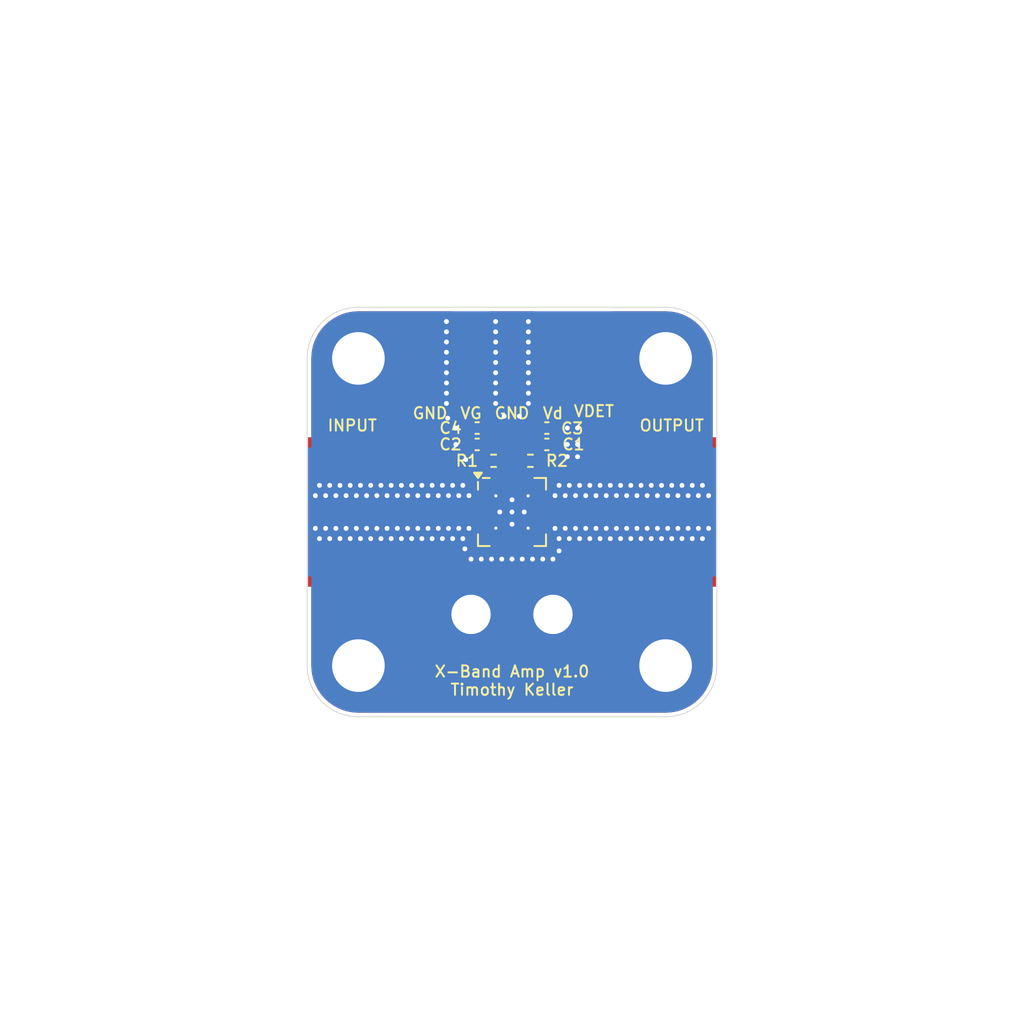
<source format=kicad_pcb>
(kicad_pcb (version 20240108) (generator "pcbnew") (generator_version "8.0")
  (title_block (title "X-Band Amp") (date "2024-06-16") (rev "v1.0") (company "openEPR") (comment 1 "Timothy Keller"))
  (layers (0 "F.Cu" signal) (1 "In1.Cu" signal) (2 "In2.Cu" signal) (31 "B.Cu" signal) (34 "B.Paste" user) (35 "F.Paste" user) (36 "B.SilkS" user "B.Silkscreen") (37 "F.SilkS" user "F.Silkscreen") (38 "B.Mask" user) (39 "F.Mask" user) (44 "Edge.Cuts" user))
  (net 0 "")
  (net 1 "GND")
  (net 2 "Net-(J1-In)")
  (net 3 "Net-(J2-In)")
  (net 4 "VD")
  (net 5 "VG")
  (net 6 "Net-(C1-Pad1)")
  (net 7 "Net-(C2-Pad2)")
  (net 8 "VDET")
  (footprint "Capacitor_SMD:C_0402_1005Metric" (layer "F.Cu") (at 141.859 58.293)
    (property "Reference" "C3" (at 1.5748 0.0254 0) (layer "F.SilkS") (effects (font (size 0.7 0.7) (thickness 0.12))))
    (property "Value" "10nF")
    (fp_line (start -0.107836 -0.36) (end 0.107836 -0.36) (stroke (width 0.12)) (layer "F.SilkS"))
    (fp_line (start -0.107836 0.36) (end 0.107836 0.36) (stroke (width 0.12)) (layer "F.SilkS"))
    (pad "1" smd roundrect (at -0.48 0) (size 0.56 0.62) (layers "F.Cu" "F.Paste" "F.Mask") (net 4 "VD"))
    (pad "2" smd roundrect (at 0.48 0) (size 0.56 0.62) (layers "F.Cu" "F.Paste" "F.Mask") (net 1 "GND"))
  )
  (footprint "_tim-RF:AMPHENOL_901-10513-3_EDGE_LAUNCH_Female" (layer "F.Cu") (at 152.35 63.5 90)
    (property "Reference" "J2" (hide yes))
    (property "Value" "901-10513-3" (hide yes))
    (pad "1" smd roundrect (at 0 -0.5 90) (size 0.35 1) (layers "F.Cu" "F.Paste" "F.Mask") (net 3 "Net-(J2-In)"))
    (pad "2" smd rect (at -2.635 -2.75 90) (size 4 5.5) (layers "F.Cu" "F.Paste" "F.Mask") (net 1 "GND"))
    (pad "2" smd rect (at 0 -1.5 90) (size 8 3) (layers "B.Cu" "B.Paste" "B.Mask") (net 1 "GND"))
    (pad "2" smd rect (at 2.635 -2.75 90) (size 4 5.5) (layers "F.Cu" "F.Paste" "F.Mask") (net 1 "GND"))
  )
  (footprint "Resistor_SMD:R_0402_1005Metric" (layer "F.Cu") (at 138.557 60.325)
    (property "Reference" "R1" (at -1.651 0 0) (layer "F.SilkS") (effects (font (size 0.7 0.7) (thickness 0.12))))
    (property "Value" "1.8")
    (fp_line (start -0.153641 -0.38) (end 0.153641 -0.38) (stroke (width 0.12)) (layer "F.SilkS"))
    (fp_line (start -0.153641 0.38) (end 0.153641 0.38) (stroke (width 0.12)) (layer "F.SilkS"))
    (pad "1" smd roundrect (at -0.51 0) (size 0.54 0.64) (layers "F.Cu" "F.Paste" "F.Mask") (net 7 "Net-(C2-Pad2)"))
    (pad "2" smd roundrect (at 0.51 0) (size 0.54 0.64) (layers "F.Cu" "F.Paste" "F.Mask") (net 5 "VG"))
  )
  (footprint "_tim-Mounting-Holes:2-56_Hole_Pad" (layer "F.Cu") (at 137.16 69.85)
    (property "Reference" "H5" (hide yes))
    (property "Value" "2-56" (hide yes))
    (pad "1" thru_hole circle (at 0 0) (size 4.2418 4.2418) (drill 2.4384) (layers "*.Cu" "*.Mask") (net 1 "GND"))
  )
  (footprint "Package_DFN_QFN:QFN-20-1EP_4x4mm_P0.5mm_EP2.5x2.5mm_ThermalVias" (layer "F.Cu") (at 139.7 63.5)
    (property "Reference" "U1" (hide yes))
    (property "Value" "QPA1022" (hide yes))
    (fp_line (start -2.11 -1.385) (end -2.11 -1.87) (stroke (width 0.12)) (layer "F.SilkS"))
    (fp_line (start -2.11 2.11) (end -2.11 1.385) (stroke (width 0.12)) (layer "F.SilkS"))
    (fp_line (start -1.385 -2.11) (end -1.81 -2.11) (stroke (width 0.12)) (layer "F.SilkS"))
    (fp_line (start -1.385 2.11) (end -2.11 2.11) (stroke (width 0.12)) (layer "F.SilkS"))
    (fp_line (start 1.385 -2.11) (end 2.11 -2.11) (stroke (width 0.12)) (layer "F.SilkS"))
    (fp_line (start 1.385 2.11) (end 2.11 2.11) (stroke (width 0.12)) (layer "F.SilkS"))
    (fp_line (start 2.11 -2.11) (end 2.11 -1.385) (stroke (width 0.12)) (layer "F.SilkS"))
    (fp_line (start 2.11 2.11) (end 2.11 1.385) (stroke (width 0.12)) (layer "F.SilkS"))
    (fp_poly (pts (xy -2.11 -2.11) (xy -2.35 -2.44) (xy -1.87 -2.44) (xy -2.11 -2.11)) (stroke (width 0.12)) (fill solid) (layer "F.SilkS"))
    (pad "1" smd roundrect (at -1.9375 -1) (size 0.825 0.25) (layers "F.Cu" "F.Paste" "F.Mask") (net 1 "GND"))
    (pad "2" smd roundrect (at -1.9375 -0.5) (size 0.825 0.25) (layers "F.Cu" "F.Paste" "F.Mask") (net 1 "GND"))
    (pad "3" smd roundrect (at -1.9375 0) (size 0.825 0.25) (layers "F.Cu" "F.Paste" "F.Mask") (net 2 "Net-(J1-In)"))
    (pad "4" smd roundrect (at -1.9375 0.5) (size 0.825 0.25) (layers "F.Cu" "F.Paste" "F.Mask") (net 1 "GND"))
    (pad "5" smd roundrect (at -1.9375 1) (size 0.825 0.25) (layers "F.Cu" "F.Paste" "F.Mask") (net 1 "GND"))
    (pad "6" smd roundrect (at -1 1.9375) (size 0.25 0.825) (layers "F.Cu" "F.Paste" "F.Mask") (net 1 "GND"))
    (pad "7" smd roundrect (at -0.5 1.9375) (size 0.25 0.825) (layers "F.Cu" "F.Paste" "F.Mask") (net 1 "GND"))
    (pad "8" smd roundrect (at 0 1.9375) (size 0.25 0.825) (layers "F.Cu" "F.Paste" "F.Mask") (net 1 "GND"))
    (pad "9" smd roundrect (at 0.5 1.9375) (size 0.25 0.825) (layers "F.Cu" "F.Paste" "F.Mask") (net 1 "GND"))
    (pad "10" smd roundrect (at 1 1.9375) (size 0.25 0.825) (layers "F.Cu" "F.Paste" "F.Mask") (net 1 "GND"))
    (pad "11" smd roundrect (at 1.9375 1) (size 0.825 0.25) (layers "F.Cu" "F.Paste" "F.Mask") (net 1 "GND"))
    (pad "12" smd roundrect (at 1.9375 0.5) (size 0.825 0.25) (layers "F.Cu" "F.Paste" "F.Mask") (net 1 "GND"))
    (pad "13" smd roundrect (at 1.9375 0) (size 0.825 0.25) (layers "F.Cu" "F.Paste" "F.Mask") (net 3 "Net-(J2-In)"))
    (pad "14" smd roundrect (at 1.9375 -0.5) (size 0.825 0.25) (layers "F.Cu" "F.Paste" "F.Mask") (net 1 "GND"))
    (pad "15" smd roundrect (at 1.9375 -1) (size 0.825 0.25) (layers "F.Cu" "F.Paste" "F.Mask") (net 1 "GND"))
    (pad "16" smd roundrect (at 1 -1.9375) (size 0.25 0.825) (layers "F.Cu" "F.Paste" "F.Mask") (net 8 "VDET"))
    (pad "17" smd roundrect (at 0.5 -1.9375) (size 0.25 0.825) (layers "F.Cu" "F.Paste" "F.Mask") (net 4 "VD"))
    (pad "18" smd roundrect (at 0 -1.9375) (size 0.25 0.825) (layers "F.Cu" "F.Paste" "F.Mask") (net 1 "GND"))
    (pad "19" smd roundrect (at -0.5 -1.9375) (size 0.25 0.825) (layers "F.Cu" "F.Paste" "F.Mask") (net 5 "VG"))
    (pad "20" smd roundrect (at -1 -1.9375) (size 0.25 0.825) (layers "F.Cu" "F.Paste" "F.Mask") (net 1 "GND"))
    (pad "21" thru_hole circle (at -1 -1) (size 0.5 0.5) (drill 0.2) (property pad_prop_heatsink) (layers "*.Cu") (net 1 "GND"))
    (pad "21" thru_hole circle (at -1 1) (size 0.5 0.5) (drill 0.2) (property pad_prop_heatsink) (layers "*.Cu") (net 1 "GND"))
    (pad "21" smd rect (at 0 0) (size 2.5 2.5) (property pad_prop_heatsink) (layers "F.Cu" "F.Mask") (net 1 "GND"))
    (pad "21" smd rect (at 0 0) (size 2.5 2.5) (property pad_prop_heatsink) (layers "B.Cu") (net 1 "GND"))
    (pad "21" thru_hole circle (at 1 -1) (size 0.5 0.5) (drill 0.2) (property pad_prop_heatsink) (layers "*.Cu") (net 1 "GND"))
    (pad "21" thru_hole circle (at 1 1) (size 0.5 0.5) (drill 0.2) (property pad_prop_heatsink) (layers "*.Cu") (net 1 "GND"))
  )
  (footprint "_tim-RF:AMPHENOL_901-10513-3_EDGE_LAUNCH_Female" (layer "F.Cu") (at 127.05 63.5 -90)
    (property "Reference" "J1" (hide yes))
    (property "Value" "901-10513-3" (hide yes))
    (pad "1" smd roundrect (at 0 -0.5 270) (size 0.35 1) (layers "F.Cu" "F.Paste" "F.Mask") (net 2 "Net-(J1-In)"))
    (pad "2" smd rect (at -2.635 -2.75 270) (size 4 5.5) (layers "F.Cu" "F.Paste" "F.Mask") (net 1 "GND"))
    (pad "2" smd rect (at 0 -1.5 270) (size 8 3) (layers "B.Cu" "B.Paste" "B.Mask") (net 1 "GND"))
    (pad "2" smd rect (at 2.635 -2.75 270) (size 4 5.5) (layers "F.Cu" "F.Paste" "F.Mask") (net 1 "GND"))
  )
  (footprint "Resistor_SMD:R_0402_1005Metric" (layer "F.Cu") (at 140.843 60.325)
    (property "Reference" "R2" (at 1.651 0 0) (layer "F.SilkS") (effects (font (size 0.7 0.7) (thickness 0.12))))
    (property "Value" "1.8")
    (fp_line (start -0.153641 -0.38) (end 0.153641 -0.38) (stroke (width 0.12)) (layer "F.SilkS"))
    (fp_line (start -0.153641 0.38) (end 0.153641 0.38) (stroke (width 0.12)) (layer "F.SilkS"))
    (pad "1" smd roundrect (at -0.51 0) (size 0.54 0.64) (layers "F.Cu" "F.Paste" "F.Mask") (net 4 "VD"))
    (pad "2" smd roundrect (at 0.51 0) (size 0.54 0.64) (layers "F.Cu" "F.Paste" "F.Mask") (net 6 "Net-(C1-Pad1)"))
  )
  (footprint "_tim-Mounting-Holes:4-40_Hole_Pad" (layer "F.Cu") (at 149.225 53.975)
    (property "Reference" "H2" (hide yes))
    (property "Value" "4-40" (hide yes))
    (pad "1" thru_hole circle (at 0 0) (size 5.5626 5.5626) (drill 3.2639) (layers "*.Cu" "*.Mask") (net 1 "GND"))
  )
  (footprint "_tim-Mounting-Holes:2-56_Hole_Pad" (layer "F.Cu") (at 142.24 69.85)
    (property "Reference" "H6" (hide yes))
    (property "Value" "2-56" (hide yes))
    (pad "1" thru_hole circle (at 0 0) (size 4.2418 4.2418) (drill 2.4384) (layers "*.Cu" "*.Mask") (net 1 "GND"))
  )
  (footprint "_tim-Mounting-Holes:4-40_Hole_Pad" (layer "F.Cu") (at 130.175 73.025)
    (property "Reference" "H3" (hide yes))
    (property "Value" "4-40" (hide yes))
    (pad "1" thru_hole circle (at 0 0) (size 5.5626 5.5626) (drill 3.2639) (layers "*.Cu" "*.Mask") (net 1 "GND"))
  )
  (footprint "Capacitor_SMD:C_0402_1005Metric" (layer "F.Cu") (at 141.859 59.309)
    (property "Reference" "C1" (at 1.651 0 0) (layer "F.SilkS") (effects (font (size 0.7 0.7) (thickness 0.12))))
    (property "Value" "1nF")
    (fp_line (start -0.107836 -0.36) (end 0.107836 -0.36) (stroke (width 0.12)) (layer "F.SilkS"))
    (fp_line (start -0.107836 0.36) (end 0.107836 0.36) (stroke (width 0.12)) (layer "F.SilkS"))
    (pad "1" smd roundrect (at -0.48 0) (size 0.56 0.62) (layers "F.Cu" "F.Paste" "F.Mask") (net 6 "Net-(C1-Pad1)"))
    (pad "2" smd roundrect (at 0.48 0) (size 0.56 0.62) (layers "F.Cu" "F.Paste" "F.Mask") (net 1 "GND"))
  )
  (footprint "_tim-Mounting-Holes:4-40_Hole_Pad" (layer "F.Cu") (at 149.225 73.025)
    (property "Reference" "H4" (hide yes))
    (property "Value" "4-40" (hide yes))
    (pad "1" thru_hole circle (at 0 0) (size 5.5626 5.5626) (drill 3.2639) (layers "*.Cu" "*.Mask") (net 1 "GND"))
  )
  (footprint "_tim-Mounting-Holes:4-40_Hole_Pad" (layer "F.Cu") (at 130.175 53.975)
    (property "Reference" "H1" (hide yes))
    (property "Value" "4-40" (hide yes))
    (pad "1" thru_hole circle (at 0 0) (size 5.5626 5.5626) (drill 3.2639) (layers "*.Cu" "*.Mask") (net 1 "GND"))
  )
  (footprint "Capacitor_SMD:C_0402_1005Metric" (layer "F.Cu") (at 137.541 59.309)
    (property "Reference" "C2" (at -1.651 0 360) (layer "F.SilkS") (effects (font (size 0.7 0.7) (thickness 0.12))))
    (property "Value" "1nF" (hide yes))
    (fp_line (start -0.107836 -0.36) (end 0.107836 -0.36) (stroke (width 0.12)) (layer "F.SilkS"))
    (fp_line (start -0.107836 0.36) (end 0.107836 0.36) (stroke (width 0.12)) (layer "F.SilkS"))
    (pad "1" smd roundrect (at -0.48 0) (size 0.56 0.62) (layers "F.Cu" "F.Paste" "F.Mask") (net 1 "GND"))
    (pad "2" smd roundrect (at 0.48 0) (size 0.56 0.62) (layers "F.Cu" "F.Paste" "F.Mask") (net 7 "Net-(C2-Pad2)"))
  )
  (footprint "Capacitor_SMD:C_0402_1005Metric" (layer "F.Cu") (at 137.541 58.293)
    (property "Reference" "C4" (at -1.651 0 0) (layer "F.SilkS") (effects (font (size 0.7 0.7) (thickness 0.12))))
    (property "Value" "10uF")
    (fp_line (start -0.107836 -0.36) (end 0.107836 -0.36) (stroke (width 0.12)) (layer "F.SilkS"))
    (fp_line (start -0.107836 0.36) (end 0.107836 0.36) (stroke (width 0.12)) (layer "F.SilkS"))
    (pad "1" smd roundrect (at -0.48 0) (size 0.56 0.62) (layers "F.Cu" "F.Paste" "F.Mask") (net 1 "GND"))
    (pad "2" smd roundrect (at 0.48 0) (size 0.56 0.62) (layers "F.Cu" "F.Paste" "F.Mask") (net 5 "VG"))
  )
  (gr_line (start 152.4 53.975) (end 152.4 73.025) (stroke (width 0.05)) (layer "Edge.Cuts"))
  (gr_line (start 130.175 50.8) (end 149.225 50.8) (stroke (width 0.05)) (layer "Edge.Cuts"))
  (gr_arc (start 149.225 50.8) (mid 151.470064 51.729936) (end 152.4 53.975) (stroke (width 0.05)) (layer "Edge.Cuts"))
  (gr_arc (start 130.175 76.2) (mid 127.929936 75.270064) (end 127 73.025) (stroke (width 0.05)) (layer "Edge.Cuts"))
  (gr_line (start 149.225 76.2) (end 130.175 76.2) (stroke (width 0.05)) (layer "Edge.Cuts"))
  (gr_line (start 127 73.025) (end 127 53.975) (stroke (width 0.05)) (layer "Edge.Cuts"))
  (gr_arc (start 152.4 73.025) (mid 151.470064 75.270064) (end 149.225 76.2) (stroke (width 0.05)) (layer "Edge.Cuts"))
  (gr_arc (start 127 53.975) (mid 127.929936 51.729936) (end 130.175 50.8) (stroke (width 0.05)) (layer "Edge.Cuts"))
  (gr_text "OUTPUT" (at 149.606 58.547 0) (layer "F.SilkS") (effects (font (size 0.7 0.7) (thickness 0.12)) (justify bottom)))
  (gr_text "${TITLE} ${REVISION}\n${COMMENT1}" (at 139.7 74.93 0) (layer "F.SilkS") (effects (font (size 0.7 0.7) (thickness 0.12)) (justify bottom)))
  (gr_text "Vd" (at 142.24 57.785 0) (layer "F.SilkS") (effects (font (size 0.7 0.7) (thickness 0.12)) (justify bottom)))
  (gr_text "VDET" (at 144.78 57.658 0) (layer "F.SilkS") (effects (font (size 0.7 0.7) (thickness 0.12)) (justify bottom)))
  (gr_text "VG" (at 137.16 57.785 0) (layer "F.SilkS") (effects (font (size 0.7 0.7) (thickness 0.12)) (justify bottom)))
  (gr_text "GND" (at 134.62 57.785 0) (layer "F.SilkS") (effects (font (size 0.7 0.7) (thickness 0.12)) (justify bottom)))
  (gr_text "GND" (at 139.7 57.785 0) (layer "F.SilkS") (effects (font (size 0.7 0.7) (thickness 0.12)) (justify bottom)))
  (gr_text "INPUT" (at 129.794 58.547 0) (layer "F.SilkS") (effects (font (size 0.7 0.7) (thickness 0.12)) (justify bottom)))
  (segment (start 139.7 65.4375) (end 139.7 64.262) (width 0.25) (layer "F.Cu") (net 1))
  (segment (start 137.7625 64) (end 138.438 64) (width 0.25) (layer "F.Cu") (net 1))
  (segment (start 140.7 62.5) (end 141.6375 62.5) (width 0.25) (layer "F.Cu") (net 1))
  (segment (start 137.7625 62.5) (end 138.7 62.5) (width 0.25) (layer "F.Cu") (net 1))
  (segment (start 140.2 65.4375) (end 140.2 65) (width 0.25) (layer "F.Cu") (net 1))
  (segment (start 141.2 63) (end 140.7 62.5) (width 0.25) (layer "F.Cu") (net 1))
  (segment (start 137.7625 64.5) (end 138.7 64.5) (width 0.25) (layer "F.Cu") (net 1))
  (segment (start 138.438 63) (end 138.938 63.5) (width 0.25) (layer "F.Cu") (net 1))
  (segment (start 139.7 62.738) (end 139.7 63.5) (width 0.25) (layer "F.Cu") (net 1))
  (segment (start 141.6375 63) (end 141.851 63) (width 0.25) (layer "F.Cu") (net 1))
  (segment (start 141.2 64) (end 140.7 64.5) (width 0.25) (layer "F.Cu") (net 1))
  (segment (start 139.2 65) (end 138.7 64.5) (width 0.25) (layer "F.Cu") (net 1))
  (segment (start 137.549 63) (end 137.033 62.484) (width 0.25) (layer "F.Cu") (net 1))
  (segment (start 140.2 65) (end 140.7 64.5) (width 0.25) (layer "F.Cu") (net 1))
  (segment (start 141.6375 63) (end 140.962 63) (width 0.25) (layer "F.Cu") (net 1))
  (segment (start 141.6375 63) (end 141.2 63) (width 0.25) (layer "F.Cu") (net 1))
  (segment (start 138.2 64) (end 138.7 64.5) (width 0.25) (layer "F.Cu") (net 1))
  (segment (start 137.7625 64) (end 138.2 64) (width 0.25) (layer "F.Cu") (net 1))
  (segment (start 138.438 64) (end 138.938 63.5) (width 0.25) (layer "F.Cu") (net 1))
  (segment (start 139.7 61.5625) (end 139.7 56.388) (width 0.25) (layer "F.Cu") (net 1))
  (segment (start 141.6375 64) (end 141.851 64) (width 0.25) (layer "F.Cu") (net 1))
  (segment (start 138.7 61.5625) (end 138.7 62.5) (width 0.25) (layer "F.Cu") (net 1))
  (segment (start 141.6375 64) (end 141.2 64) (width 0.25) (layer "F.Cu") (net 1))
  (segment (start 139.7 61.5625) (end 139.7 62.738) (width 0.25) (layer "F.Cu") (net 1))
  (segment (start 139.7 64.262) (end 139.7 63.5) (width 0.25) (layer "F.Cu") (net 1))
  (segment (start 140.962 63) (end 140.462 63.5) (width 0.25) (layer "F.Cu") (net 1))
  (segment (start 138.2 63) (end 138.7 62.5) (width 0.25) (layer "F.Cu") (net 1))
  (segment (start 137.7625 63) (end 138.438 63) (width 0.25) (layer "F.Cu") (net 1))
  (segment (start 137.549 64) (end 137.033 64.516) (width 0.25) (layer "F.Cu") (net 1))
  (segment (start 141.851 64) (end 142.367 64.516) (width 0.25) (layer "F.Cu") (net 1))
  (segment (start 140.962 64) (end 140.462 63.5) (width 0.25) (layer "F.Cu") (net 1))
  (segment (start 141.851 63) (end 142.367 62.484) (width 0.25) (layer "F.Cu") (net 1))
  (segment (start 137.7625 63) (end 138.2 63) (width 0.25) (layer "F.Cu") (net 1))
  (segment (start 141.6375 64.5) (end 140.7 64.5) (width 0.25) (layer "F.Cu") (net 1))
  (segment (start 141.6375 64) (end 140.962 64) (width 0.25) (layer "F.Cu") (net 1))
  (segment (start 137.7625 63) (end 137.549 63) (width 0.25) (layer "F.Cu") (net 1))
  (segment (start 138.7 65.4375) (end 138.7 64.5) (width 0.25) (layer "F.Cu") (net 1))
  (segment (start 137.7625 64) (end 137.549 64) (width 0.25) (layer "F.Cu") (net 1))
  (segment (start 140.7 65.4375) (end 140.7 64.5) (width 0.25) (layer "F.Cu") (net 1))
  (segment (start 139.2 65.4375) (end 139.2 65) (width 0.25) (layer "F.Cu") (net 1))
  (via (at 140.716 52.324) (size 0.6) (drill 0.3) (layers "F.Cu" "B.Cu") (net 1))
  (via (at 148.082 62.484) (size 0.6) (drill 0.3) (layers "F.Cu" "B.Cu") (net 1))
  (via (at 140.716 56.769) (size 0.6) (drill 0.3) (layers "F.Cu" "B.Cu") (net 1))
  (via (at 132.588 62.484) (size 0.6) (drill 0.3) (layers "F.Cu" "B.Cu") (net 1))
  (via (at 143.256 61.849) (size 0.6) (drill 0.3) (layers "F.Cu" "B.Cu") (net 1))
  (via (at 133.858 62.484) (size 0.6) (drill 0.3) (layers "F.Cu" "B.Cu") (net 1))
  (via (at 131.953 64.516) (size 0.6) (drill 0.3) (layers "F.Cu" "B.Cu") (net 1))
  (via (at 132.842 61.849) (size 0.6) (drill 0.3) (layers "F.Cu" "B.Cu") (net 1))
  (via (at 130.048 64.516) (size 0.6) (drill 0.3) (layers "F.Cu" "B.Cu") (net 1))
  (via (at 147.447 62.484) (size 0.6) (drill 0.3) (layers "F.Cu" "B.Cu") (net 1))
  (via (at 148.717 62.484) (size 0.6) (drill 0.3) (layers "F.Cu" "B.Cu") (net 1))
  (via (at 133.477 61.849) (size 0.6) (drill 0.3) (layers "F.Cu" "B.Cu") (net 1))
  (via (at 146.177 64.516) (size 0.6) (drill 0.3) (layers "F.Cu" "B.Cu") (net 1))
  (via (at 148.971 61.849) (size 0.6) (drill 0.3) (layers "F.Cu" "B.Cu") (net 1))
  (via (at 148.717 64.516) (size 0.6) (drill 0.3) (layers "F.Cu" "B.Cu") (net 1))
  (via (at 141.605 66.421) (size 0.6) (drill 0.3) (layers "F.Cu" "B.Cu") (net 1))
  (via (at 136.017 61.849) (size 0.6) (drill 0.3) (layers "F.Cu" "B.Cu") (net 1))
  (via (at 142.367 62.484) (size 0.6) (drill 0.3) (layers "F.Cu" "B.Cu") (net 1))
  (via (at 140.716 52.959) (size 0.6) (drill 0.3) (layers "F.Cu" "B.Cu") (net 1))
  (via (at 137.16 66.421) (size 0.6) (drill 0.3) (layers "F.Cu" "B.Cu") (net 1))
  (via (at 149.606 65.151) (size 0.6) (drill 0.3) (layers "F.Cu" "B.Cu") (net 1))
  (via (at 134.493 62.484) (size 0.6) (drill 0.3) (layers "F.Cu" "B.Cu") (net 1))
  (via (at 135.636 56.134) (size 0.6) (drill 0.3) (layers "F.Cu" "B.Cu") (net 1))
  (via (at 149.987 64.516) (size 0.6) (drill 0.3) (layers "F.Cu" "B.Cu") (net 1))
  (via (at 142.621 61.849) (size 0.6) (drill 0.3) (layers "F.Cu" "B.Cu") (net 1))
  (via (at 132.842 65.151) (size 0.6) (drill 0.3) (layers "F.Cu" "B.Cu") (net 1))
  (via (at 135.636 51.689) (size 0.6) (drill 0.3) (layers "F.Cu" "B.Cu") (net 1))
  (via (at 135.763 62.484) (size 0.6) (drill 0.3) (layers "F.Cu" "B.Cu") (net 1))
  (via (at 139.7 66.421) (size 0.6) (drill 0.3) (layers "F.Cu" "B.Cu") (net 1))
  (via (at 143.129 60.071) (size 0.6) (drill 0.3) (layers "F.Cu" "B.Cu") (net 1))
  (via (at 147.066 61.849) (size 0.6) (drill 0.3) (layers "F.Cu" "B.Cu") (net 1))
  (via (at 138.684 52.959) (size 0.6) (drill 0.3) (layers "F.Cu" "B.Cu") (net 1))
  (via (at 149.606 61.849) (size 0.6) (drill 0.3) (layers "F.Cu" "B.Cu") (net 1))
  (via (at 135.636 54.864) (size 0.6) (drill 0.3) (layers "F.Cu" "B.Cu") (net 1))
  (via (at 138.938 63.5) (size 0.6) (drill 0.3) (layers "F.Cu" "B.Cu") (net 1))
  (via (at 135.128 62.484) (size 0.6) (drill 0.3) (layers "F.Cu" "B.Cu") (net 1))
  (via (at 145.796 65.151) (size 0.6) (drill 0.3) (layers "F.Cu" "B.Cu") (net 1))
  (via (at 143.891 65.151) (size 0.6) (drill 0.3) (layers "F.Cu" "B.Cu") (net 1))
  (via (at 138.684 56.134) (size 0.6) (drill 0.3) (layers "F.Cu" "B.Cu") (net 1))
  (via (at 150.241 65.151) (size 0.6) (drill 0.3) (layers "F.Cu" "B.Cu") (net 1))
  (via (at 149.352 62.484) (size 0.6) (drill 0.3) (layers "F.Cu" "B.Cu") (net 1))
  (via (at 144.272 62.484) (size 0.6) (drill 0.3) (layers "F.Cu" "B.Cu") (net 1))
  (via (at 133.223 62.484) (size 0.6) (drill 0.3) (layers "F.Cu" "B.Cu") (net 1))
  (via (at 140.716 51.689) (size 0.6) (drill 0.3) (layers "F.Cu" "B.Cu") (net 1))
  (via (at 140.716 54.229) (size 0.6) (drill 0.3) (layers "F.Cu" "B.Cu") (net 1))
  (via (at 132.588 64.516) (size 0.6) (drill 0.3) (layers "F.Cu" "B.Cu") (net 1))
  (via (at 148.336 61.849) (size 0.6) (drill 0.3) (layers "F.Cu" "B.Cu") (net 1))
  (via (at 131.953 62.484) (size 0.6) (drill 0.3) (layers "F.Cu" "B.Cu") (net 1))
  (via (at 140.1572 57.5564) (size 0.6) (drill 0.3) (layers "F.Cu" "B.Cu") (net 1))
  (via (at 140.716 55.499) (size 0.6) (drill 0.3) (layers "F.Cu" "B.Cu") (net 1))
  (via (at 143.891 61.849) (size 0.6) (drill 0.3) (layers "F.Cu" "B.Cu") (net 1))
  (via (at 135.636 55.499) (size 0.6) (drill 0.3) (layers "F.Cu" "B.Cu") (net 1))
  (via (at 150.622 62.484) (size 0.6) (drill 0.3) (layers "F.Cu" "B.Cu") (net 1))
  (via (at 128.397 61.849) (size 0.6) (drill 0.3) (layers "F.Cu" "B.Cu") (net 1))
  (via (at 135.382 61.849) (size 0.6) (drill 0.3) (layers "F.Cu" "B.Cu") (net 1))
  (via (at 138.684 55.499) (size 0.6) (drill 0.3) (layers "F.Cu" "B.Cu") (net 1))
  (via (at 135.636 54.229) (size 0.6) (drill 0.3) (layers "F.Cu" "B.Cu") (net 1))
  (via (at 135.382 65.151) (size 0.6) (drill 0.3) (layers "F.Cu" "B.Cu") (net 1))
  (via (at 138.684 54.229) (size 0.6) (drill 0.3) (layers "F.Cu" "B.Cu") (net 1))
  (via (at 129.032 65.151) (size 0.6) (drill 0.3) (layers "F.Cu" "B.Cu") (net 1))
  (via (at 150.241 61.849) (size 0.6) (drill 0.3) (layers "F.Cu" "B.Cu") (net 1))
  (via (at 139.7 62.738) (size 0.6) (drill 0.3) (layers "F.Cu" "B.Cu") (net 1))
  (via (at 132.207 65.151) (size 0.6) (drill 0.3) (layers "F.Cu" "B.Cu") (net 1))
  (via (at 145.542 64.516) (size 0.6) (drill 0.3) (layers "F.Cu" "B.Cu") (net 1))
  (via (at 146.812 62.484) (size 0.6) (drill 0.3) (layers "F.Cu" "B.Cu") (net 1))
  (via (at 145.161 65.151) (size 0.6) (drill 0.3) (layers "F.Cu" "B.Cu") (net 1))
  (via (at 136.652 65.151) (size 0.6) (drill 0.3) (layers "F.Cu" "B.Cu") (net 1))
  (via (at 135.128 64.516) (size 0.6) (drill 0.3) (layers "F.Cu" "B.Cu") (net 1))
  (via (at 143.764 59.309) (size 0.6) (drill 0.3) (layers "F.Cu" "B.Cu") (net 1))
  (via (at 140.335 66.421) (size 0.6) (drill 0.3) (layers "F.Cu" "B.Cu") (net 1))
  (via (at 143.002 64.516) (size 0.6) (drill 0.3) (layers "F.Cu" "B.Cu") (net 1))
  (via (at 151.511 61.849) (size 0.6) (drill 0.3) (layers "F.Cu" "B.Cu") (net 1))
  (via (at 142.621 65.913) (size 0.6) (drill 0.3) (layers "F.Cu" "B.Cu") (net 1))
  (via (at 145.161 61.849) (size 0.6) (drill 0.3) (layers "F.Cu" "B.Cu") (net 1))
  (via (at 136.398 62.484) (size 0.6) (drill 0.3) (layers "F.Cu" "B.Cu") (net 1))
  (via (at 150.876 61.849) (size 0.6) (drill 0.3) (layers "F.Cu" "B.Cu") (net 1))
  (via (at 143.129 59.309) (size 0.6) (drill 0.3) (layers "F.Cu" "B.Cu") (net 1))
  (via (at 129.032 61.849) (size 0.6) (drill 0.3) (layers "F.Cu" "B.Cu") (net 1))
  (via (at 148.971 65.151) (size 0.6) (drill 0.3) (layers "F.Cu" "B.Cu") (net 1))
  (via (at 127.508 64.516) (size 0.6) (drill 0.3) (layers "F.Cu" "B.Cu") (net 1))
  (via (at 138.684 52.324) (size 0.6) (drill 0.3) (layers "F.Cu" "B.Cu") (net 1))
  (via (at 138.684 56.769) (size 0.6) (drill 0.3) (layers "F.Cu" "B.Cu") (net 1))
  (via (at 151.257 62.484) (size 0.6) (drill 0.3) (layers "F.Cu" "B.Cu") (net 1))
  (via (at 143.002 62.484) (size 0.6) (drill 0.3) (layers "F.Cu" "B.Cu") (net 1))
  (via (at 147.701 65.151) (size 0.6) (drill 0.3) (layers "F.Cu" "B.Cu") (net 1))
  (via (at 138.684 53.594) (size 0.6) (drill 0.3) (layers "F.Cu" "B.Cu") (net 1))
  (via (at 137.033 62.484) (size 0.6) (drill 0.3) (layers "F.Cu" "B.Cu") (net 1))
  (via (at 128.143 62.484) (size 0.6) (drill 0.3) (layers "F.Cu" "B.Cu") (net 1))
  (via (at 130.937 61.849) (size 0.6) (drill 0.3) (layers "F.Cu" "B.Cu") (net 1))
  (via (at 144.526 61.849) (size 0.6) (drill 0.3) (layers "F.Cu" "B.Cu") (net 1))
  (via (at 129.667 61.849) (size 0.6) (drill 0.3) (layers "F.Cu" "B.Cu") (net 1))
  (via (at 138.43 66.421) (size 0.6) (drill 0.3) (layers "F.Cu" "B.Cu") (net 1))
  (via (at 134.493 64.516) (size 0.6) (drill 0.3) (layers "F.Cu" "B.Cu") (net 1))
  (via (at 140.716 56.134) (size 0.6) (drill 0.3) (layers "F.Cu" "B.Cu") (net 1))
  (via (at 127.762 61.849) (size 0.6) (drill 0.3) (layers "F.Cu" "B.Cu") (net 1))
  (via (at 136.017 65.151) (size 0.6) (drill 0.3) (layers "F.Cu" "B.Cu") (net 1))
  (via (at 128.778 64.516) (size 0.6) (drill 0.3) (layers "F.Cu" "B.Cu") (net 1))
  (via (at 143.129 58.293) (size 0.6) (drill 0.3) (layers "F.Cu" "B.Cu") (net 1))
  (via (at 137.795 66.421) (size 0.6) (drill 0.3) (layers "F.Cu" "B.Cu") (net 1))
  (via (at 129.667 65.151) (size 0.6) (drill 0.3) (layers "F.Cu" "B.Cu") (net 1))
  (via (at 131.318 62.484) (size 0.6) (drill 0.3) (layers "F.Cu" "B.Cu") (net 1))
  (via (at 148.336 65.151) (size 0.6) (drill 0.3) (layers "F.Cu" "B.Cu") (net 1))
  (via (at 128.143 64.516) (size 0.6) (drill 0.3) (layers "F.Cu" "B.Cu") (net 1))
  (via (at 135.636 53.594) (size 0.6) (drill 0.3) (layers "F.Cu" "B.Cu") (net 1))
  (via (at 143.764 60.071) (size 0.6) (drill 0.3) (layers "F.Cu" "B.Cu") (net 1))
  (via (at 131.318 64.516) (size 0.6) (drill 0.3) (layers "F.Cu" "B.Cu") (net 1))
  (via (at 147.066 65.151) (size 0.6) (drill 0.3) (layers "F.Cu" "B.Cu") (net 1))
  (via (at 133.223 64.516) (size 0.6) (drill 0.3) (layers "F.Cu" "B.Cu") (net 1))
  (via (at 135.636 56.769) (size 0.6) (drill 0.3) (layers "F.Cu" "B.Cu") (net 1))
  (via (at 149.352 64.516) (size 0.6) (drill 0.3) (layers "F.Cu" "B.Cu") (net 1))
  (via (at 145.542 62.484) (size 0.6) (drill 0.3) (layers "F.Cu" "B.Cu") (net 1))
  (via (at 147.447 64.516) (size 0.6) (drill 0.3) (layers "F.Cu" "B.Cu") (net 1))
  (via (at 130.302 65.151) (size 0.6) (drill 0.3) (layers "F.Cu" "B.Cu") (net 1))
  (via (at 151.892 64.516) (size 0.6) (drill 0.3) (layers "F.Cu" "B.Cu") (net 1))
  (via (at 143.637 64.516) (size 0.6) (drill 0.3) (layers "F.Cu" "B.Cu") (net 1))
  (via (at 128.397 65.151) (size 0.6) (drill 0.3) (layers "F.Cu" "B.Cu") (net 1))
  (via (at 142.24 66.421) (size 0.6) (drill 0.3) (layers "F.Cu" "B.Cu") (net 1))
  (via (at 139.065 66.421) (size 0.6) (drill 0.3) (layers "F.Cu" "B.Cu") (net 1))
  (via (at 135.636 52.959) (size 0.6) (drill 0.3) (layers "F.Cu" "B.Cu") (net 1))
  (via (at 150.622 64.516) (size 0.6) (drill 0.3) (layers "F.Cu" "B.Cu") (net 1))
  (via (at 140.716 53.594) (size 0.6) (drill 0.3) (layers "F.Cu" "B.Cu") (net 1))
  (via (at 127.508 62.484) (size 0.6) (drill 0.3) (layers "F.Cu" "B.Cu") (net 1))
  (via (at 130.683 62.484) (size 0.6) (drill 0.3) (layers "F.Cu" "B.Cu") (net 1))
  (via (at 131.572 65.151) (size 0.6) (drill 0.3) (layers "F.Cu" "B.Cu") (net 1))
  (via (at 127.762 65.151) (size 0.6) (drill 0.3) (layers "F.Cu" "B.Cu") (net 1))
  (via (at 144.907 62.484) (size 0.6) (drill 0.3) (layers "F.Cu" "B.Cu") (net 1))
  (via (at 136.398 64.516) (size 0.6) (drill 0.3) (layers "F.Cu" "B.Cu") (net 1))
  (via (at 134.112 61.849) (size 0.6) (drill 0.3) (layers "F.Cu" "B.Cu") (net 1))
  (via (at 144.272 64.516) (size 0.6) (drill 0.3) (layers "F.Cu" "B.Cu") (net 1))
  (via (at 128.778 62.484) (size 0.6) (drill 0.3) (layers "F.Cu" "B.Cu") (net 1))
  (via (at 149.987 62.484) (size 0.6) (drill 0.3) (layers "F.Cu" "B.Cu") (net 1))
  (via (at 142.367 64.516) (size 0.6) (drill 0.3) (layers "F.Cu" "B.Cu") (net 1))
  (via (at 151.257 64.516) (size 0.6) (drill 0.3) (layers "F.Cu" "B.Cu") (net 1))
  (via (at 143.256 65.151) (size 0.6) (drill 0.3) (layers "F.Cu" "B.Cu") (net 1))
  (via (at 138.684 51.689) (size 0.6) (drill 0.3) (layers "F.Cu" "B.Cu") (net 1))
  (via (at 150.876 65.151) (size 0.6) (drill 0.3) (layers "F.Cu" "B.Cu") (net 1))
  (via (at 136.779 65.786) (size 0.6) (drill 0.3) (layers "F.Cu" "B.Cu") (net 1))
  (via (at 130.683 64.516) (size 0.6) (drill 0.3) (layers "F.Cu" "B.Cu") (net 1))
  (via (at 146.177 62.484) (size 0.6) (drill 0.3) (layers "F.Cu" "B.Cu") (net 1))
  (via (at 135.7122 57.6834) (size 0.6) (drill 0.3) (layers "F.Cu" "B.Cu") (net 1))
  (via (at 151.892 62.484) (size 0.6) (drill 0.3) (layers "F.Cu" "B.Cu") (net 1))
  (via (at 143.637 62.484) (size 0.6) (drill 0.3) (layers "F.Cu" "B.Cu") (net 1))
  (via (at 130.048 62.484) (size 0.6) (drill 0.3) (layers "F.Cu" "B.Cu") (net 1))
  (via (at 129.413 64.516) (size 0.6) (drill 0.3) (layers "F.Cu" "B.Cu") (net 1))
  (via (at 139.7 63.5) (size 0.6) (drill 0.3) (layers "F.Cu" "B.Cu") (net 1))
  (via (at 136.2202 58.293) (size 0.6) (drill 0.3) (layers "F.Cu" "B.Cu") (net 1))
  (via (at 140.716 54.864) (size 0.6) (drill 0.3) (layers "F.Cu" "B.Cu") (net 1))
  (via (at 144.526 65.151) (size 0.6) (drill 0.3) (layers "F.Cu" "B.Cu") (net 1))
  (via (at 129.413 62.484) (size 0.6) (drill 0.3) (layers "F.Cu" "B.Cu") (net 1))
  (via (at 130.937 65.151) (size 0.6) (drill 0.3) (layers "F.Cu" "B.Cu") (net 1))
  (via (at 135.763 64.516) (size 0.6) (drill 0.3) (layers "F.Cu" "B.Cu") (net 1))
  (via (at 133.477 65.151) (size 0.6) (drill 0.3) (layers "F.Cu" "B.Cu") (net 1))
  (via (at 138.684 54.864) (size 0.6) (drill 0.3) (layers "F.Cu" "B.Cu") (net 1))
  (via (at 134.112 65.151) (size 0.6) (drill 0.3) (layers "F.Cu" "B.Cu") (net 1))
  (via (at 137.033 64.516) (size 0.6) (drill 0.3) (layers "F.Cu" "B.Cu") (net 1))
  (via (at 147.701 61.849) (size 0.6) (drill 0.3) (layers "F.Cu" "B.Cu") (net 1))
  (via (at 131.572 61.849) (size 0.6) (drill 0.3) (layers "F.Cu" "B.Cu") (net 1))
  (via (at 142.621 65.151) (size 0.6) (drill 0.3) (layers "F.Cu" "B.Cu") (net 1))
  (via (at 133.858 64.516) (size 0.6) (drill 0.3) (layers "F.Cu" "B.Cu") (net 1))
  (via (at 135.636 52.324) (size 0.6) (drill 0.3) (layers "F.Cu" "B.Cu") (net 1))
  (via (at 136.652 61.849) (size 0.6) (drill 0.3) (layers "F.Cu" "B.Cu") (net 1))
  (via (at 146.431 65.151) (size 0.6) (drill 0.3) (layers "F.Cu" "B.Cu") (net 1))
  (via (at 143.764 58.293) (size 0.6) (drill 0.3) (layers "F.Cu" "B.Cu") (net 1))
  (via (at 145.796 61.849) (size 0.6) (drill 0.3) (layers "F.Cu" "B.Cu") (net 1))
  (via (at 134.747 65.151) (size 0.6) (drill 0.3) (layers "F.Cu" "B.Cu") (net 1))
  (via (at 148.082 64.516) (size 0.6) (drill 0.3) (layers "F.Cu" "B.Cu") (net 1))
  (via (at 139.7 64.262) (size 0.6) (drill 0.3) (layers "F.Cu" "B.Cu") (net 1))
  (via (at 140.462 63.5) (size 0.6) (drill 0.3) (layers "F.Cu" "B.Cu") (net 1))
  (via (at 136.8298 60.2488) (size 0.6) (drill 0.3) (layers "F.Cu" "B.Cu") (net 1))
  (via (at 144.907 64.516) (size 0.6) (drill 0.3) (layers "F.Cu" "B.Cu") (net 1))
  (via (at 132.207 61.849) (size 0.6) (drill 0.3) (layers "F.Cu" "B.Cu") (net 1))
  (via (at 146.812 64.516) (size 0.6) (drill 0.3) (layers "F.Cu" "B.Cu") (net 1))
  (via (at 139.2174 57.5564) (size 0.6) (drill 0.3) (layers "F.Cu" "B.Cu") (net 1))
  (via (at 140.97 66.421) (size 0.6) (drill 0.3) (layers "F.Cu" "B.Cu") (net 1))
  (via (at 130.302 61.849) (size 0.6) (drill 0.3) (layers "F.Cu" "B.Cu") (net 1))
  (via (at 146.431 61.849) (size 0.6) (drill 0.3) (layers "F.Cu" "B.Cu") (net 1))
  (via (at 151.511 65.151) (size 0.6) (drill 0.3) (layers "F.Cu" "B.Cu") (net 1))
  (via (at 136.2202 59.309) (size 0.6) (drill 0.3) (layers "F.Cu" "B.Cu") (net 1))
  (via (at 134.747 61.849) (size 0.6) (drill 0.3) (layers "F.Cu" "B.Cu") (net 1))
  (segment (start 127.55 63.5) (end 137.24 63.5) (width 0.4) (layer "F.Cu") (net 2))
  (segment (start 137.7625 63.5) (end 137.24 63.5) (width 0.25) (layer "F.Cu") (net 2))
  (segment (start 141.6375 63.5) (end 142.14 63.5) (width 0.25) (layer "F.Cu") (net 3))
  (segment (start 151.85 63.5) (end 142.14 63.5) (width 0.4) (layer "F.Cu") (net 3))
  (segment (start 140.2 61.5625) (end 140.2 60.46) (width 0.25) (layer "F.Cu") (net 4))
  (segment (start 141.379 58.293) (end 140.972001 58.293) (width 0.635) (layer "F.Cu") (net 4))
  (segment (start 142.24 57.15) (end 142.24 56.515) (width 0.635) (layer "F.Cu") (net 4))
  (segment (start 141.379 57.983001) (end 142.212001 57.15) (width 0.635) (layer "F.Cu") (net 4))
  (segment (start 140.972001 58.293) (end 140.3425 58.922501) (width 0.635) (layer "F.Cu") (net 4))
  (segment (start 140.3425 58.922501) (end 140.3425 60.3155) (width 0.635) (layer "F.Cu") (net 4))
  (segment (start 141.379 58.293) (end 141.379 57.983001) (width 0.635) (layer "F.Cu") (net 4))
  (segment (start 142.212001 57.15) (end 142.24 57.15) (width 0.635) (layer "F.Cu") (net 4))
  (segment (start 138.021 58.293) (end 138.021 58.009274) (width 0.635) (layer "F.Cu") (net 5))
  (segment (start 139.2 60.333) (end 139.192 60.325) (width 0.25) (layer "F.Cu") (net 5))
  (segment (start 138.300999 58.293) (end 139.0575 59.049501) (width 0.635) (layer "F.Cu") (net 5))
  (segment (start 138.021 58.009274) (end 137.16 57.148274) (width 0.635) (layer "F.Cu") (net 5))
  (segment (start 139.0575 59.049501) (end 139.0575 60.325) (width 0.635) (layer "F.Cu") (net 5))
  (segment (start 138.021 58.293) (end 138.300999 58.293) (width 0.635) (layer "F.Cu") (net 5))
  (segment (start 137.16 57.148274) (end 137.16 56.515) (width 0.635) (layer "F.Cu") (net 5))
  (segment (start 139.2 61.5625) (end 139.2 60.333) (width 0.25) (layer "F.Cu") (net 5))
  (segment (start 141.353 59.335) (end 141.379 59.309) (width 0.635) (layer "F.Cu") (net 6))
  (segment (start 141.353 60.325) (end 141.353 59.335) (width 0.635) (layer "F.Cu") (net 6))
  (segment (start 138.047 59.335) (end 138.021 59.309) (width 0.635) (layer "F.Cu") (net 7))
  (segment (start 138.047 60.325) (end 138.047 59.335) (width 0.635) (layer "F.Cu") (net 7))
  (segment (start 141.4125 61.5625) (end 142.015 60.96) (width 0.25) (layer "F.Cu") (net 8))
  (segment (start 144.3736 60.96) (end 144.78 60.5536) (width 0.25) (layer "F.Cu") (net 8))
  (segment (start 142.015 60.96) (end 144.3736 60.96) (width 0.25) (layer "F.Cu") (net 8))
  (segment (start 140.7 61.5625) (end 141.4125 61.5625) (width 0.25) (layer "F.Cu") (net 8))
  (segment (start 144.78 60.5536) (end 144.78 56.515) (width 0.25) (layer "F.Cu") (net 8))
  (zone (net 4) (net_name "VD") (layer "F.Cu") (priority 2) (connect_pads no (clearance 0.508)) (min_thickness 0.25) (fill yes (thermal_gap 0.5) (thermal_bridge_width 0.5) (island_removal_mode 1) (island_area_min 9.999998))
    (polygon (pts (xy 141.605 51.435) (xy 142.875 51.435) (xy 142.875 56.769) (xy 141.605 56.769)))
  )
  (zone (net 1) (net_name "GND") (layer "F.Cu") (priority 2) (connect_pads (clearance 0.508)) (min_thickness 0.25) (fill yes (thermal_gap 0.5) (thermal_bridge_width 0.5))
    (polygon (pts (xy 133.985 51.435) (xy 135.255 51.435) (xy 135.255 56.769) (xy 133.985 56.769)))
  )
  (zone (net 1) (net_name "GND") (layer "F.Cu") (priority 1) (connect_pads yes (clearance 0.46)) (min_thickness 0.254) (fill yes (thermal_gap 0.5) (thermal_bridge_width 0.5))
    (polygon (pts (xy 120.65 44.45) (xy 158.75 44.45) (xy 158.75 82.55) (xy 120.65 82.55)))
  )
  (zone (net 5) (net_name "VG") (layer "F.Cu") (priority 2) (connect_pads yes (clearance 0.508)) (min_thickness 0.25) (fill yes (thermal_gap 0.5) (thermal_bridge_width 0.5))
    (polygon (pts (xy 136.525 51.435) (xy 137.795 51.435) (xy 137.795 56.769) (xy 136.525 56.769)))
  )
  (zone (net 8) (net_name "VDET") (layer "F.Cu") (priority 2) (connect_pads no (clearance 0.508)) (min_thickness 0.25) (fill yes (thermal_gap 0.5) (thermal_bridge_width 0.5) (island_removal_mode 1) (island_area_min 9.999998))
    (polygon (pts (xy 144.145 51.435) (xy 145.415 51.435) (xy 145.415 56.769) (xy 144.145 56.769)))
  )
  (zone (net 1) (net_name "GND") (layer "F.Cu") (priority 5) (connect_pads yes (clearance 0.254)) (min_thickness 0.25) (fill yes (thermal_gap 0.5) (thermal_bridge_width 0.5))
    (polygon (pts (xy 144.018 61.341) (xy 142.2908 61.341) (xy 141.097 61.722) (xy 141.097 62.23) (xy 146.558 62.23) (xy 146.558 61.341)))
  )
  (zone (net 1) (net_name "GND") (layers "In1.Cu" "In2.Cu" "B.Cu") (priority 4) (connect_pads yes (clearance 0.254)) (min_thickness 0.25) (fill yes (thermal_gap 0.5) (thermal_bridge_width 0.5))
    (polygon (pts (xy 114.3 38.1) (xy 165.1 38.1) (xy 165.1 88.9) (xy 114.3 88.9)))
  )
)
</source>
